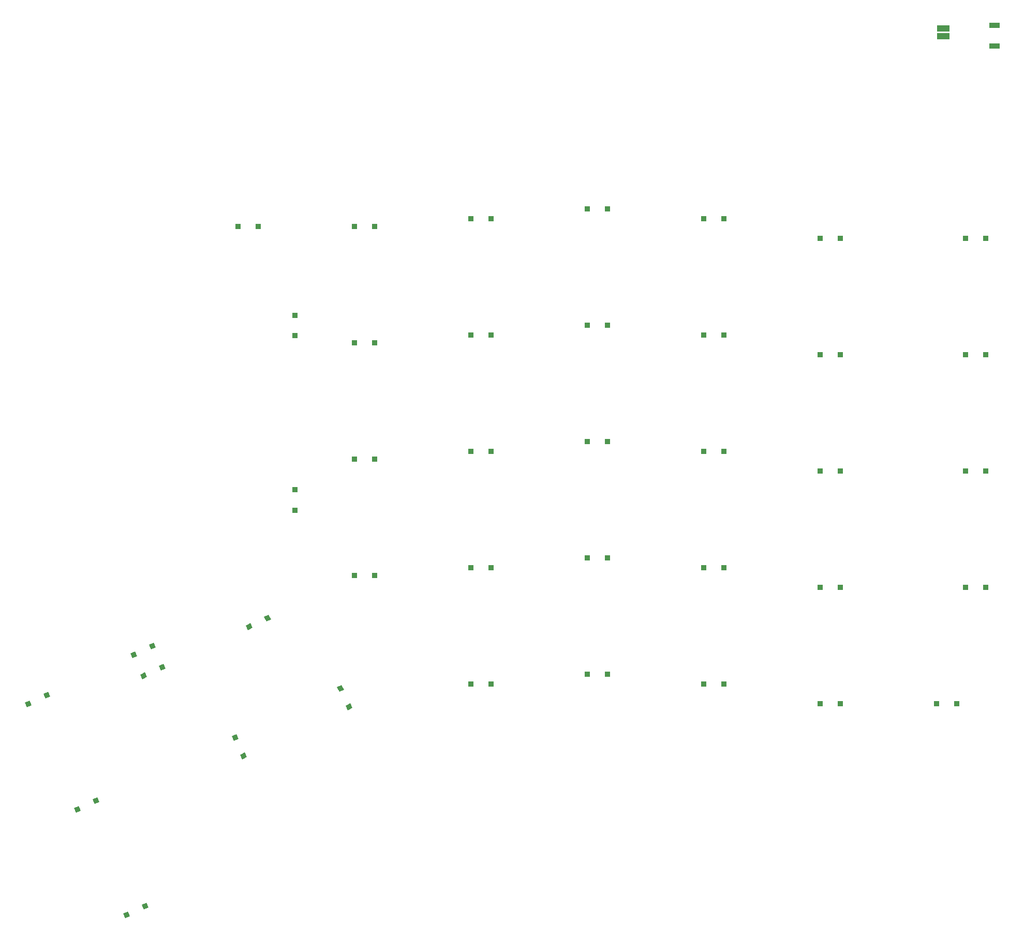
<source format=gtp>
G04 #@! TF.GenerationSoftware,KiCad,Pcbnew,(2016-12-22 revision d365dc5)-makepkg*
G04 #@! TF.CreationDate,2017-01-06T12:14:16-05:00*
G04 #@! TF.ProjectId,ErgoDOX,4572676F444F582E6B696361645F7063,rev?*
G04 #@! TF.FileFunction,Paste,Top*
G04 #@! TF.FilePolarity,Positive*
%FSLAX46Y46*%
G04 Gerber Fmt 4.6, Leading zero omitted, Abs format (unit mm)*
G04 Created by KiCad (PCBNEW (2016-12-22 revision d365dc5)-makepkg) date 01/06/17 12:14:16*
%MOMM*%
%LPD*%
G01*
G04 APERTURE LIST*
%ADD10C,0.150000*%
%ADD11C,0.838200*%
%ADD12R,2.032000X1.016000*%
%ADD13R,0.838200X0.838200*%
%ADD14R,1.700000X0.900000*%
G04 APERTURE END LIST*
D10*
D11*
X55286576Y-146280670D03*
D10*
G36*
X55083862Y-146837623D02*
X54729623Y-146077956D01*
X55489290Y-145723717D01*
X55843529Y-146483384D01*
X55083862Y-146837623D01*
X55083862Y-146837623D01*
G37*
D11*
X58302224Y-144874450D03*
D10*
G36*
X58099510Y-145431403D02*
X57745271Y-144671736D01*
X58504938Y-144317497D01*
X58859177Y-145077164D01*
X58099510Y-145431403D01*
X58099510Y-145431403D01*
G37*
D11*
X72550956Y-138228870D03*
D10*
G36*
X72348242Y-138785823D02*
X71994003Y-138026156D01*
X72753670Y-137671917D01*
X73107909Y-138431584D01*
X72348242Y-138785823D01*
X72348242Y-138785823D01*
G37*
D11*
X75566604Y-136822650D03*
D10*
G36*
X75363890Y-137379603D02*
X75009651Y-136619936D01*
X75769318Y-136265697D01*
X76123557Y-137025364D01*
X75363890Y-137379603D01*
X75363890Y-137379603D01*
G37*
D12*
X186130000Y-40255000D03*
X186130000Y-41525000D03*
D13*
X189788800Y-93672660D03*
X193116200Y-93672660D03*
X189788800Y-131772660D03*
X193116200Y-131772660D03*
X189788800Y-74625200D03*
X193116200Y-74625200D03*
X189788800Y-112722660D03*
X193116200Y-112722660D03*
X89776300Y-72720200D03*
X93103700Y-72720200D03*
X146926300Y-90497660D03*
X150253700Y-90497660D03*
D11*
X71647655Y-159404753D03*
D10*
G36*
X72204608Y-159607467D02*
X71444941Y-159961706D01*
X71090702Y-159202039D01*
X71850369Y-158847800D01*
X72204608Y-159607467D01*
X72204608Y-159607467D01*
G37*
D11*
X70241435Y-156389105D03*
D10*
G36*
X70798388Y-156591819D02*
X70038721Y-156946058D01*
X69684482Y-156186391D01*
X70444149Y-155832152D01*
X70798388Y-156591819D01*
X70798388Y-156591819D01*
G37*
D11*
X88912035Y-151352953D03*
D10*
G36*
X89468988Y-151555667D02*
X88709321Y-151909906D01*
X88355082Y-151150239D01*
X89114749Y-150796000D01*
X89468988Y-151555667D01*
X89468988Y-151555667D01*
G37*
D11*
X87505815Y-148337305D03*
D10*
G36*
X88062768Y-148540019D02*
X87303101Y-148894258D01*
X86948862Y-148134591D01*
X87708529Y-147780352D01*
X88062768Y-148540019D01*
X88062768Y-148540019D01*
G37*
D13*
X108826300Y-147647660D03*
X112153700Y-147647660D03*
X127876300Y-146050000D03*
X131203700Y-146050000D03*
X165976300Y-150822660D03*
X169303700Y-150822660D03*
X89776300Y-129867660D03*
X93103700Y-129867660D03*
X108826300Y-128597660D03*
X112153700Y-128597660D03*
X127876300Y-127000000D03*
X131203700Y-127000000D03*
X146926300Y-128597660D03*
X150253700Y-128597660D03*
X165976300Y-131772660D03*
X169303700Y-131772660D03*
X89776300Y-110817660D03*
X93103700Y-110817660D03*
X108826300Y-109547660D03*
X112153700Y-109547660D03*
X127876300Y-107950000D03*
X131203700Y-107950000D03*
X146926300Y-109547660D03*
X150253700Y-109547660D03*
X108826300Y-90497660D03*
X112153700Y-90497660D03*
X127876300Y-88900000D03*
X131203700Y-88900000D03*
X165976300Y-93672660D03*
X169303700Y-93672660D03*
X146926300Y-147647660D03*
X150253700Y-147647660D03*
X108826300Y-71447660D03*
X112153700Y-71447660D03*
X127876300Y-69850000D03*
X131203700Y-69850000D03*
X146926300Y-71447660D03*
X150253700Y-71447660D03*
X165976300Y-74625200D03*
X169303700Y-74625200D03*
D11*
X53675847Y-142828615D03*
D10*
G36*
X53473133Y-143385568D02*
X53118894Y-142625901D01*
X53878561Y-142271662D01*
X54232800Y-143031329D01*
X53473133Y-143385568D01*
X53473133Y-143385568D01*
G37*
D11*
X56691495Y-141422395D03*
D10*
G36*
X56488781Y-141979348D02*
X56134542Y-141219681D01*
X56894209Y-140865442D01*
X57248448Y-141625109D01*
X56488781Y-141979348D01*
X56488781Y-141979348D01*
G37*
D11*
X36411467Y-150877875D03*
D10*
G36*
X36208753Y-151434828D02*
X35854514Y-150675161D01*
X36614181Y-150320922D01*
X36968420Y-151080589D01*
X36208753Y-151434828D01*
X36208753Y-151434828D01*
G37*
D11*
X39427115Y-149471655D03*
D10*
G36*
X39224401Y-150028608D02*
X38870162Y-149268941D01*
X39629829Y-148914702D01*
X39984068Y-149674369D01*
X39224401Y-150028608D01*
X39224401Y-150028608D01*
G37*
D11*
X52512527Y-185409175D03*
D10*
G36*
X52309813Y-185966128D02*
X51955574Y-185206461D01*
X52715241Y-184852222D01*
X53069480Y-185611889D01*
X52309813Y-185966128D01*
X52309813Y-185966128D01*
G37*
D11*
X55528175Y-184002955D03*
D10*
G36*
X55325461Y-184559908D02*
X54971222Y-183800241D01*
X55730889Y-183446002D01*
X56085128Y-184205669D01*
X55325461Y-184559908D01*
X55325461Y-184559908D01*
G37*
D11*
X44460727Y-168142255D03*
D10*
G36*
X44258013Y-168699208D02*
X43903774Y-167939541D01*
X44663441Y-167585302D01*
X45017680Y-168344969D01*
X44258013Y-168699208D01*
X44258013Y-168699208D01*
G37*
D11*
X47476375Y-166736035D03*
D10*
G36*
X47273661Y-167292988D02*
X46919422Y-166533321D01*
X47679089Y-166179082D01*
X48033328Y-166938749D01*
X47273661Y-167292988D01*
X47273661Y-167292988D01*
G37*
D13*
X89776300Y-91767660D03*
X93103700Y-91767660D03*
X185026300Y-150822660D03*
X188353700Y-150822660D03*
X80010000Y-119148860D03*
X80010000Y-115821460D03*
X80010000Y-90573860D03*
X80010000Y-87246460D03*
X70726300Y-72720200D03*
X74053700Y-72720200D03*
X165976300Y-112722660D03*
X169303700Y-112722660D03*
D14*
X194500000Y-43150000D03*
X194500000Y-39750000D03*
M02*

</source>
